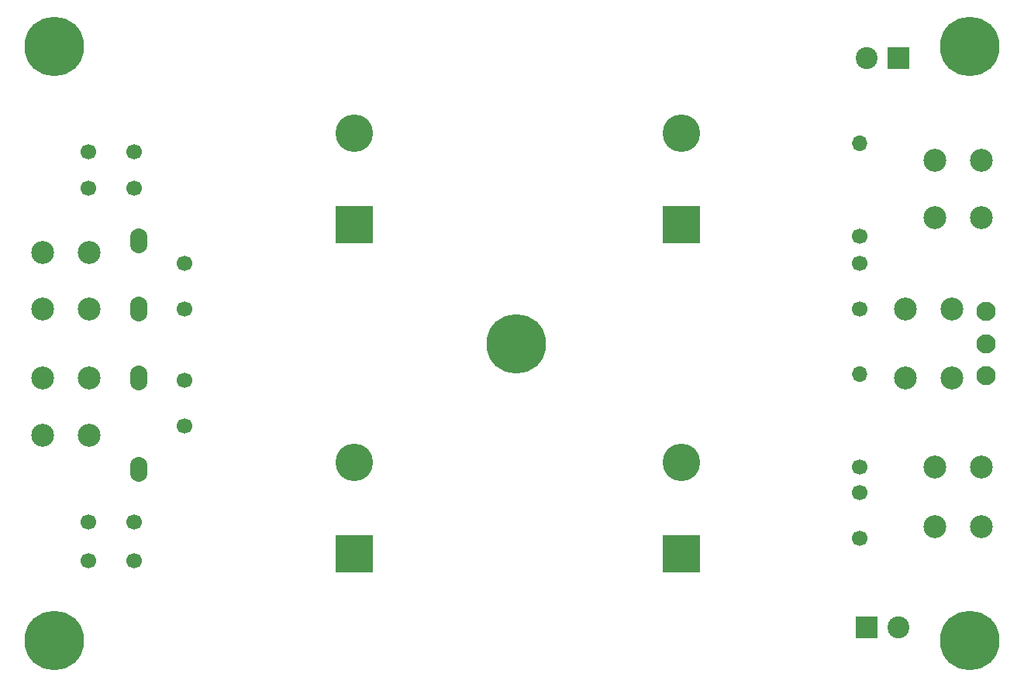
<source format=gbr>
%TF.GenerationSoftware,KiCad,Pcbnew,(5.1.6-0)*%
%TF.CreationDate,2024-01-23T18:55:53-08:00*%
%TF.ProjectId,psu_4caps,7073755f-3463-4617-9073-2e6b69636164,rev?*%
%TF.SameCoordinates,Original*%
%TF.FileFunction,Soldermask,Bot*%
%TF.FilePolarity,Negative*%
%FSLAX46Y46*%
G04 Gerber Fmt 4.6, Leading zero omitted, Abs format (unit mm)*
G04 Created by KiCad (PCBNEW (5.1.6-0)) date 2024-01-23 18:55:53*
%MOMM*%
%LPD*%
G01*
G04 APERTURE LIST*
%ADD10C,2.100000*%
%ADD11C,1.700000*%
%ADD12C,0.900000*%
%ADD13C,6.500000*%
%ADD14C,4.100000*%
%ADD15R,4.100000X4.100000*%
%ADD16C,2.500000*%
%ADD17C,2.400000*%
%ADD18R,2.400000X2.400000*%
%ADD19O,1.700000X1.700000*%
%ADD20O,1.900000X2.700000*%
G04 APERTURE END LIST*
D10*
%TO.C,J13*%
X143000000Y-91500000D03*
X143000000Y-95000000D03*
X143000000Y-98500000D03*
%TD*%
D11*
%TO.C,C6*%
X55500000Y-99000000D03*
X55500000Y-104000000D03*
%TD*%
%TO.C,C5*%
X50000000Y-114500000D03*
X45000000Y-114500000D03*
%TD*%
%TO.C,C4*%
X45000000Y-78000000D03*
X50000000Y-78000000D03*
%TD*%
%TO.C,C3*%
X55500000Y-86250000D03*
X55500000Y-91250000D03*
%TD*%
D12*
%TO.C,H5*%
X93447056Y-93302944D03*
X91750000Y-92600000D03*
X90052944Y-93302944D03*
X89350000Y-95000000D03*
X90052944Y-96697056D03*
X91750000Y-97400000D03*
X93447056Y-96697056D03*
X94150000Y-95000000D03*
D13*
X91750000Y-95000000D03*
%TD*%
D14*
%TO.C,C10*%
X109750000Y-72000000D03*
D15*
X109750000Y-82000000D03*
%TD*%
D14*
%TO.C,C9*%
X109750000Y-108000000D03*
D15*
X109750000Y-118000000D03*
%TD*%
D14*
%TO.C,C8*%
X74000000Y-72000000D03*
D15*
X74000000Y-82000000D03*
%TD*%
D14*
%TO.C,C7*%
X74000000Y-108000000D03*
D15*
X74000000Y-118000000D03*
%TD*%
D16*
%TO.C,J12*%
X142540000Y-81250000D03*
X137460000Y-81250000D03*
%TD*%
%TO.C,J11*%
X142540000Y-75000000D03*
X137460000Y-75000000D03*
%TD*%
%TO.C,J10*%
X139290000Y-98750000D03*
X134210000Y-98750000D03*
%TD*%
%TO.C,J9*%
X139290000Y-91250000D03*
X134210000Y-91250000D03*
%TD*%
%TO.C,J8*%
X142540000Y-108500000D03*
X137460000Y-108500000D03*
%TD*%
%TO.C,J7*%
X142540000Y-115000000D03*
X137460000Y-115000000D03*
%TD*%
%TO.C,J4*%
X45040000Y-85000000D03*
X39960000Y-85000000D03*
%TD*%
%TO.C,J3*%
X45040000Y-98750000D03*
X39960000Y-98750000D03*
%TD*%
%TO.C,J2*%
X45040000Y-91250000D03*
X39960000Y-91250000D03*
%TD*%
%TO.C,J1*%
X45040000Y-105000000D03*
X39960000Y-105000000D03*
%TD*%
D11*
%TO.C,C2*%
X50000000Y-74000000D03*
X45000000Y-74000000D03*
%TD*%
%TO.C,C1*%
X50000000Y-118750000D03*
X45000000Y-118750000D03*
%TD*%
D12*
%TO.C,H4*%
X142947056Y-125802944D03*
X141250000Y-125100000D03*
X139552944Y-125802944D03*
X138850000Y-127500000D03*
X139552944Y-129197056D03*
X141250000Y-129900000D03*
X142947056Y-129197056D03*
X143650000Y-127500000D03*
D13*
X141250000Y-127500000D03*
%TD*%
D12*
%TO.C,H3*%
X142947056Y-60802944D03*
X141250000Y-60100000D03*
X139552944Y-60802944D03*
X138850000Y-62500000D03*
X139552944Y-64197056D03*
X141250000Y-64900000D03*
X142947056Y-64197056D03*
X143650000Y-62500000D03*
D13*
X141250000Y-62500000D03*
%TD*%
D12*
%TO.C,H2*%
X42947056Y-60802944D03*
X41250000Y-60100000D03*
X39552944Y-60802944D03*
X38850000Y-62500000D03*
X39552944Y-64197056D03*
X41250000Y-64900000D03*
X42947056Y-64197056D03*
X43650000Y-62500000D03*
D13*
X41250000Y-62500000D03*
%TD*%
D12*
%TO.C,H1*%
X42947056Y-125802944D03*
X41250000Y-125100000D03*
X39552944Y-125802944D03*
X38850000Y-127500000D03*
X39552944Y-129197056D03*
X41250000Y-129900000D03*
X42947056Y-129197056D03*
X43650000Y-127500000D03*
D13*
X41250000Y-127500000D03*
%TD*%
D17*
%TO.C,J6*%
X130000000Y-63750000D03*
D18*
X133500000Y-63750000D03*
%TD*%
D17*
%TO.C,J5*%
X133500000Y-126000000D03*
D18*
X130000000Y-126000000D03*
%TD*%
D19*
%TO.C,R2*%
X129250000Y-73090000D03*
D11*
X129250000Y-83250000D03*
%TD*%
D19*
%TO.C,R1*%
X129250000Y-98340000D03*
D11*
X129250000Y-108500000D03*
%TD*%
D20*
%TO.C,D1*%
X50500000Y-83750000D03*
X50500000Y-91250000D03*
X50500000Y-98750000D03*
X50500000Y-108750000D03*
%TD*%
D11*
%TO.C,C12*%
X129250000Y-86250000D03*
X129250000Y-91250000D03*
%TD*%
%TO.C,C11*%
X129250000Y-111250000D03*
X129250000Y-116250000D03*
%TD*%
M02*

</source>
